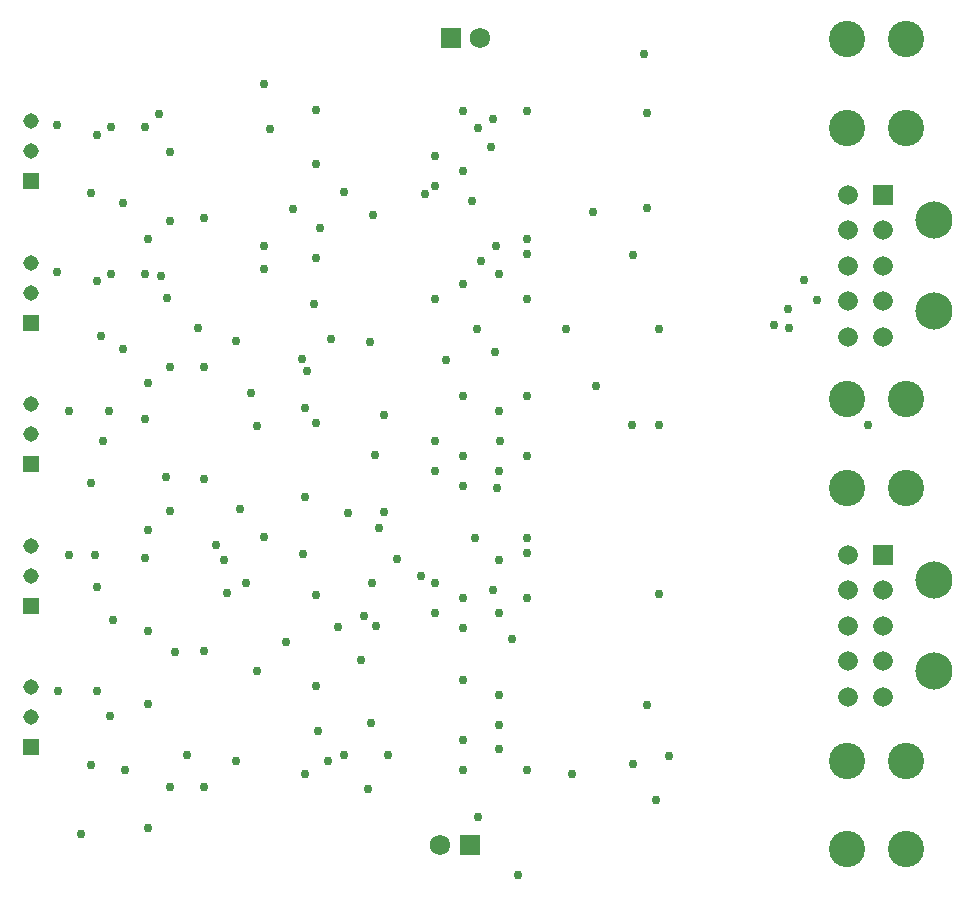
<source format=gbs>
G04*
G04 #@! TF.GenerationSoftware,Altium Limited,Altium Designer,22.1.2 (22)*
G04*
G04 Layer_Color=16711935*
%FSLAX25Y25*%
%MOIN*%
G70*
G04*
G04 #@! TF.SameCoordinates,1384077E-11D3-43F0-9A77-4EE49B0B0899*
G04*
G04*
G04 #@! TF.FilePolarity,Negative*
G04*
G01*
G75*
%ADD42R,0.06575X0.06575*%
%ADD43C,0.06575*%
%ADD44C,0.12402*%
%ADD45C,0.05169*%
%ADD46R,0.05169X0.05169*%
%ADD47C,0.12106*%
%ADD48R,0.06791X0.06791*%
%ADD49C,0.06791*%
%ADD50C,0.02953*%
D42*
X431071Y286162D02*
D03*
Y406194D02*
D03*
D43*
Y274351D02*
D03*
Y262540D02*
D03*
Y250729D02*
D03*
Y238918D02*
D03*
X419260Y286162D02*
D03*
Y274351D02*
D03*
Y262540D02*
D03*
Y250729D02*
D03*
Y238918D02*
D03*
Y358950D02*
D03*
Y370761D02*
D03*
Y382572D02*
D03*
Y394383D02*
D03*
Y406194D02*
D03*
X431071Y358950D02*
D03*
Y370761D02*
D03*
Y382572D02*
D03*
Y394383D02*
D03*
D44*
X448000Y277658D02*
D03*
Y247422D02*
D03*
Y367454D02*
D03*
Y397690D02*
D03*
D45*
X147000Y242002D02*
D03*
Y232002D02*
D03*
Y279206D02*
D03*
Y289206D02*
D03*
Y326410D02*
D03*
Y336410D02*
D03*
Y373613D02*
D03*
Y383613D02*
D03*
Y420817D02*
D03*
Y430817D02*
D03*
D46*
Y222002D02*
D03*
Y269206D02*
D03*
Y316410D02*
D03*
Y363613D02*
D03*
Y410817D02*
D03*
D47*
X438685Y217500D02*
D03*
Y187972D02*
D03*
X419000Y217500D02*
D03*
Y187972D02*
D03*
Y308468D02*
D03*
Y337996D02*
D03*
X438685Y308468D02*
D03*
Y337996D02*
D03*
X419000Y428500D02*
D03*
Y458028D02*
D03*
X438685Y428500D02*
D03*
Y458028D02*
D03*
D48*
X286951Y458567D02*
D03*
X293343Y189500D02*
D03*
D49*
X296793Y458567D02*
D03*
X283500Y189500D02*
D03*
D50*
X163531Y193031D02*
D03*
X186000Y236554D02*
D03*
X296069Y198794D02*
D03*
X199000Y219500D02*
D03*
X172876Y334100D02*
D03*
X190500Y379000D02*
D03*
X192500Y371769D02*
D03*
X170500Y359000D02*
D03*
X247000Y358000D02*
D03*
X237500Y351500D02*
D03*
X260000Y357000D02*
D03*
X355415Y204421D02*
D03*
X359769Y219000D02*
D03*
X351500Y453000D02*
D03*
X224700Y443131D02*
D03*
X309500Y179431D02*
D03*
X302931Y221470D02*
D03*
X204800Y208900D02*
D03*
X193200D02*
D03*
X399531Y361700D02*
D03*
X394600Y362900D02*
D03*
X399431Y368000D02*
D03*
X356331Y329569D02*
D03*
X347500D02*
D03*
X302996Y334172D02*
D03*
X302500Y308500D02*
D03*
X269000Y284700D02*
D03*
X307500Y258000D02*
D03*
X265964Y219569D02*
D03*
X251500D02*
D03*
X245924Y217486D02*
D03*
X238264Y213055D02*
D03*
X291000Y214300D02*
D03*
X347669Y216531D02*
D03*
X352500Y236000D02*
D03*
X327500Y213000D02*
D03*
X296000Y428500D02*
D03*
X169000Y275500D02*
D03*
X168500Y286000D02*
D03*
X215500Y217500D02*
D03*
X260500Y230000D02*
D03*
X262000Y262500D02*
D03*
X258000Y265800D02*
D03*
X260673Y276827D02*
D03*
X264783Y300500D02*
D03*
X263000Y295000D02*
D03*
X222500Y329000D02*
D03*
X220500Y340000D02*
D03*
X170877Y324185D02*
D03*
X159724Y334055D02*
D03*
X334500Y400500D02*
D03*
X352500Y401900D02*
D03*
X222500Y247500D02*
D03*
X257000Y251031D02*
D03*
X249500Y262000D02*
D03*
X232000Y257000D02*
D03*
X186126Y195100D02*
D03*
X252700Y300069D02*
D03*
X281700Y409000D02*
D03*
X278500Y406431D02*
D03*
X224700Y389000D02*
D03*
Y381500D02*
D03*
X239000Y347500D02*
D03*
X261134Y399351D02*
D03*
X312300Y434000D02*
D03*
X352500Y433500D02*
D03*
X404800Y377800D02*
D03*
X204800Y254000D02*
D03*
X204827Y348900D02*
D03*
X301514Y353800D02*
D03*
X409000Y371000D02*
D03*
X356331Y361586D02*
D03*
X325500D02*
D03*
X300500Y422200D02*
D03*
X312300Y291758D02*
D03*
X426100Y329300D02*
D03*
X241500Y369700D02*
D03*
X241910Y416390D02*
D03*
X193173Y348900D02*
D03*
X178200Y214400D02*
D03*
X281800Y371600D02*
D03*
X177614Y354914D02*
D03*
X281700Y419000D02*
D03*
X177614Y403400D02*
D03*
X173500Y232444D02*
D03*
X291000Y224345D02*
D03*
X303000Y229345D02*
D03*
X259176Y208000D02*
D03*
X303193Y324200D02*
D03*
X166900Y216100D02*
D03*
X216810Y301390D02*
D03*
X290928Y309100D02*
D03*
X285437Y351037D02*
D03*
X202780Y361820D02*
D03*
X241900Y242600D02*
D03*
X168976Y240700D02*
D03*
X277100Y279258D02*
D03*
X218720Y276700D02*
D03*
X291000Y376600D02*
D03*
X243400Y395100D02*
D03*
X264800Y332700D02*
D03*
X312200Y386586D02*
D03*
X155839Y240800D02*
D03*
X312300Y319172D02*
D03*
X155824Y380600D02*
D03*
Y429600D02*
D03*
X166909Y310200D02*
D03*
X211500Y284529D02*
D03*
X166900Y406700D02*
D03*
X237700Y286600D02*
D03*
X208700Y289529D02*
D03*
X184898Y331602D02*
D03*
X185000Y379800D02*
D03*
X173676D02*
D03*
X251500Y406984D02*
D03*
X173675Y428801D02*
D03*
X186126Y294326D02*
D03*
X281700Y266800D02*
D03*
X291004Y434000D02*
D03*
X241933Y434500D02*
D03*
X234264Y401500D02*
D03*
X185000Y428801D02*
D03*
X300900Y431500D02*
D03*
X186126Y391600D02*
D03*
X226700Y428002D02*
D03*
X281700Y314200D02*
D03*
X238264Y305555D02*
D03*
X193173Y300954D02*
D03*
X241900Y330216D02*
D03*
X242700Y227317D02*
D03*
X312300Y271800D02*
D03*
X303000Y284473D02*
D03*
X186126Y260800D02*
D03*
X301042Y274300D02*
D03*
X312400Y286758D02*
D03*
X295800Y361586D02*
D03*
X192100Y312100D02*
D03*
X281700Y324200D02*
D03*
X204827Y311300D02*
D03*
X261600Y319339D02*
D03*
X291004Y319172D02*
D03*
X312300Y214345D02*
D03*
X303000Y379700D02*
D03*
X186100Y343600D02*
D03*
X312286Y371600D02*
D03*
X303000Y314172D02*
D03*
X302996Y239345D02*
D03*
X347669Y386000D02*
D03*
X169000Y377300D02*
D03*
X193173Y397573D02*
D03*
X303000Y266800D02*
D03*
X194910Y253900D02*
D03*
X212179Y273521D02*
D03*
X291000Y261758D02*
D03*
X301845Y389031D02*
D03*
X312200Y391517D02*
D03*
X297000Y384100D02*
D03*
X184898Y285102D02*
D03*
X174300Y264500D02*
D03*
X281700Y276800D02*
D03*
X159724Y286083D02*
D03*
X241900Y272659D02*
D03*
X312200Y339200D02*
D03*
X241933Y385242D02*
D03*
X293900Y404000D02*
D03*
X204800Y398400D02*
D03*
X291004Y414000D02*
D03*
X169000Y426100D02*
D03*
X291000Y244345D02*
D03*
X335500Y342400D02*
D03*
X291000Y339172D02*
D03*
X238400Y335000D02*
D03*
X224700Y292000D02*
D03*
X215300Y357600D02*
D03*
X291004Y271758D02*
D03*
X294900Y291758D02*
D03*
X189700Y433000D02*
D03*
X193500Y420600D02*
D03*
X356300Y273000D02*
D03*
M02*

</source>
